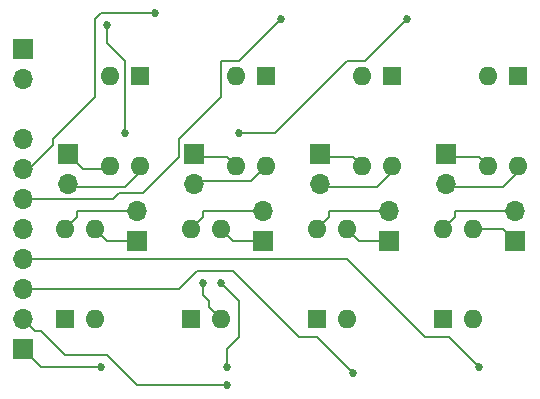
<source format=gbr>
G04 #@! TF.FileFunction,Copper,L2,Bot,Signal*
%FSLAX46Y46*%
G04 Gerber Fmt 4.6, Leading zero omitted, Abs format (unit mm)*
G04 Created by KiCad (PCBNEW 4.0.7) date 10/27/18 14:09:12*
%MOMM*%
%LPD*%
G01*
G04 APERTURE LIST*
%ADD10C,0.100000*%
%ADD11R,1.700000X1.700000*%
%ADD12O,1.700000X1.700000*%
%ADD13R,1.600000X1.600000*%
%ADD14O,1.600000X1.600000*%
%ADD15C,0.685800*%
%ADD16C,0.152400*%
G04 APERTURE END LIST*
D10*
D11*
X123952000Y-116332000D03*
D12*
X123952000Y-118872000D03*
D11*
X123952000Y-141732000D03*
D12*
X123952000Y-139192000D03*
X123952000Y-136652000D03*
X123952000Y-134112000D03*
X123952000Y-131572000D03*
X123952000Y-129032000D03*
X123952000Y-126492000D03*
X123952000Y-123952000D03*
D11*
X133604000Y-132588000D03*
D12*
X133604000Y-130048000D03*
D11*
X144272000Y-132588000D03*
D12*
X144272000Y-130048000D03*
D11*
X154940000Y-132588000D03*
D12*
X154940000Y-130048000D03*
D11*
X165608000Y-132588000D03*
D12*
X165608000Y-130048000D03*
D11*
X159766000Y-125222000D03*
D12*
X159766000Y-127762000D03*
D11*
X149098000Y-125222000D03*
D12*
X149098000Y-127762000D03*
D11*
X138430000Y-125222000D03*
D12*
X138430000Y-127762000D03*
D11*
X127762000Y-125222000D03*
D12*
X127762000Y-127762000D03*
D13*
X127508000Y-139192000D03*
D14*
X130048000Y-131572000D03*
X130048000Y-139192000D03*
X127508000Y-131572000D03*
D13*
X138176000Y-139192000D03*
D14*
X140716000Y-131572000D03*
X140716000Y-139192000D03*
X138176000Y-131572000D03*
D13*
X148844000Y-139192000D03*
D14*
X151384000Y-131572000D03*
X151384000Y-139192000D03*
X148844000Y-131572000D03*
D13*
X159512000Y-139192000D03*
D14*
X162052000Y-131572000D03*
X162052000Y-139192000D03*
X159512000Y-131572000D03*
D13*
X165862000Y-118618000D03*
D14*
X163322000Y-126238000D03*
X163322000Y-118618000D03*
X165862000Y-126238000D03*
D13*
X155194000Y-118618000D03*
D14*
X152654000Y-126238000D03*
X152654000Y-118618000D03*
X155194000Y-126238000D03*
D13*
X144526000Y-118618000D03*
D14*
X141986000Y-126238000D03*
X141986000Y-118618000D03*
X144526000Y-126238000D03*
D13*
X133858000Y-118618000D03*
D14*
X131318000Y-126238000D03*
X131318000Y-118618000D03*
X133858000Y-126238000D03*
D15*
X131064000Y-114300000D03*
X132588000Y-123444000D03*
X130556000Y-143256000D03*
X141224000Y-144780000D03*
X151892000Y-143764000D03*
X162560000Y-143256000D03*
X156464000Y-113792000D03*
X142240000Y-123444000D03*
X145796000Y-113792000D03*
X135128000Y-113284000D03*
X141224000Y-143256000D03*
X140716000Y-136144000D03*
X139192000Y-136144000D03*
D16*
X131064000Y-114300000D02*
X131064000Y-115824000D01*
X131064000Y-115824000D02*
X132588000Y-117348000D01*
X132588000Y-117348000D02*
X132588000Y-123444000D01*
X123952000Y-141732000D02*
X125476000Y-143256000D01*
X125476000Y-143256000D02*
X130556000Y-143256000D01*
X123952000Y-139192000D02*
X124968000Y-140208000D01*
X124968000Y-140208000D02*
X125476000Y-140208000D01*
X125476000Y-140208000D02*
X127508000Y-142240000D01*
X127508000Y-142240000D02*
X131064000Y-142240000D01*
X131064000Y-142240000D02*
X133604000Y-144780000D01*
X133604000Y-144780000D02*
X141224000Y-144780000D01*
X151892000Y-143764000D02*
X148844000Y-140716000D01*
X148844000Y-140716000D02*
X147320000Y-140716000D01*
X147320000Y-140716000D02*
X141732000Y-135128000D01*
X141732000Y-135128000D02*
X138684000Y-135128000D01*
X138684000Y-135128000D02*
X137160000Y-136652000D01*
X137160000Y-136652000D02*
X123952000Y-136652000D01*
X162560000Y-143256000D02*
X160020000Y-140716000D01*
X160020000Y-140716000D02*
X157988000Y-140716000D01*
X157988000Y-140716000D02*
X151384000Y-134112000D01*
X151384000Y-134112000D02*
X123952000Y-134112000D01*
X156464000Y-113792000D02*
X152908000Y-117348000D01*
X152908000Y-117348000D02*
X151384000Y-117348000D01*
X151384000Y-117348000D02*
X145288000Y-123444000D01*
X145288000Y-123444000D02*
X142240000Y-123444000D01*
X145796000Y-113792000D02*
X142240000Y-117348000D01*
X142240000Y-117348000D02*
X140716000Y-117348000D01*
X140716000Y-117348000D02*
X140716000Y-120396000D01*
X140716000Y-120396000D02*
X137160000Y-123952000D01*
X137160000Y-123952000D02*
X137160000Y-125476000D01*
X137160000Y-125476000D02*
X134112000Y-128524000D01*
X134112000Y-128524000D02*
X132080000Y-128524000D01*
X132080000Y-128524000D02*
X131572000Y-129032000D01*
X131572000Y-129032000D02*
X123952000Y-129032000D01*
X135128000Y-113284000D02*
X130556000Y-113284000D01*
X130556000Y-113284000D02*
X130048000Y-113792000D01*
X130048000Y-113792000D02*
X130048000Y-120396000D01*
X130048000Y-120396000D02*
X126492000Y-123952000D01*
X126492000Y-123952000D02*
X126492000Y-124460000D01*
X126492000Y-124460000D02*
X124460000Y-126492000D01*
X124460000Y-126492000D02*
X123952000Y-126492000D01*
X130048000Y-131572000D02*
X131064000Y-132588000D01*
X131064000Y-132588000D02*
X133604000Y-132588000D01*
X127508000Y-131572000D02*
X128524000Y-130556000D01*
X128524000Y-130556000D02*
X128524000Y-130048000D01*
X128524000Y-130048000D02*
X133604000Y-130048000D01*
X140716000Y-131572000D02*
X141732000Y-132588000D01*
X141732000Y-132588000D02*
X144272000Y-132588000D01*
X138176000Y-131572000D02*
X139192000Y-130556000D01*
X139192000Y-130556000D02*
X139192000Y-130048000D01*
X139192000Y-130048000D02*
X144272000Y-130048000D01*
X151384000Y-131572000D02*
X152400000Y-132588000D01*
X152400000Y-132588000D02*
X154940000Y-132588000D01*
X148844000Y-131572000D02*
X149860000Y-130556000D01*
X149860000Y-130556000D02*
X149860000Y-130048000D01*
X149860000Y-130048000D02*
X154940000Y-130048000D01*
X165608000Y-132588000D02*
X164592000Y-131572000D01*
X164592000Y-131572000D02*
X162052000Y-131572000D01*
X165608000Y-130048000D02*
X160528000Y-130048000D01*
X160528000Y-130048000D02*
X160528000Y-130556000D01*
X160528000Y-130556000D02*
X159512000Y-131572000D01*
X163322000Y-126238000D02*
X162560000Y-125476000D01*
X162560000Y-125476000D02*
X160020000Y-125476000D01*
X160020000Y-125476000D02*
X159766000Y-125222000D01*
X165862000Y-126238000D02*
X165608000Y-127000000D01*
X165608000Y-127000000D02*
X164592000Y-128016000D01*
X164592000Y-128016000D02*
X160020000Y-128016000D01*
X160020000Y-128016000D02*
X159766000Y-127762000D01*
X152654000Y-126238000D02*
X151892000Y-125476000D01*
X151892000Y-125476000D02*
X149352000Y-125476000D01*
X149352000Y-125476000D02*
X149098000Y-125222000D01*
X155194000Y-126238000D02*
X154940000Y-127000000D01*
X154940000Y-127000000D02*
X153924000Y-128016000D01*
X153924000Y-128016000D02*
X149352000Y-128016000D01*
X149352000Y-128016000D02*
X149098000Y-127762000D01*
X141986000Y-126238000D02*
X141224000Y-125476000D01*
X141224000Y-125476000D02*
X138684000Y-125476000D01*
X138684000Y-125476000D02*
X138430000Y-125222000D01*
X138430000Y-127762000D02*
X139192000Y-127508000D01*
X139192000Y-127508000D02*
X143256000Y-127508000D01*
X143256000Y-127508000D02*
X144272000Y-126492000D01*
X144272000Y-126492000D02*
X144780000Y-126492000D01*
X144780000Y-126492000D02*
X144526000Y-126238000D01*
X127762000Y-125222000D02*
X129032000Y-126492000D01*
X129032000Y-126492000D02*
X131572000Y-126492000D01*
X131572000Y-126492000D02*
X131318000Y-126238000D01*
X133858000Y-126238000D02*
X133604000Y-127000000D01*
X133604000Y-127000000D02*
X132588000Y-128016000D01*
X132588000Y-128016000D02*
X128016000Y-128016000D01*
X128016000Y-128016000D02*
X127762000Y-127762000D01*
X141224000Y-143256000D02*
X141224000Y-141732000D01*
X141224000Y-141732000D02*
X142240000Y-140716000D01*
X142240000Y-140716000D02*
X142240000Y-137668000D01*
X142240000Y-137668000D02*
X140716000Y-136144000D01*
X139192000Y-136144000D02*
X139192000Y-137160000D01*
X139192000Y-137160000D02*
X139700000Y-137668000D01*
X139700000Y-137668000D02*
X139700000Y-138176000D01*
X139700000Y-138176000D02*
X140716000Y-139192000D01*
M02*

</source>
